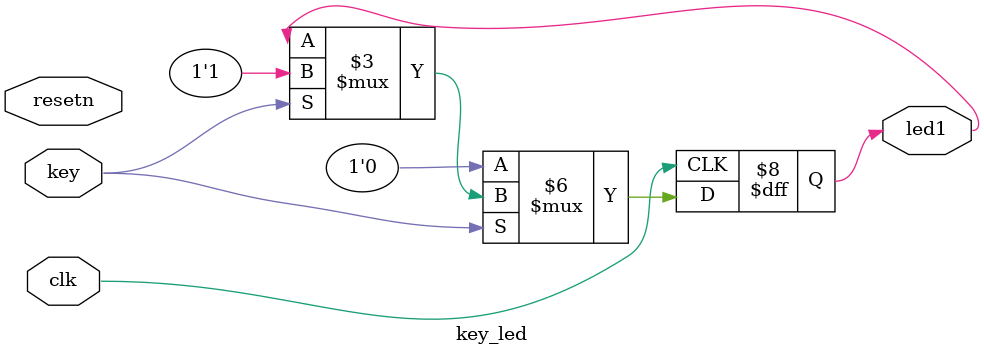
<source format=v>



module key_led(
	               input clk,
	               input resetn,
	               input wire key,
	               output reg led1 );
	              
	            
	  
	              
	               //led
	               always @(posedge clk )
	               begin
	                   if(!key)begin
	                    led1 <=0;
	                   end             
	                   else if(key) begin
	                    led1 <=1;
	                   end    
	               end
endmodule
</source>
